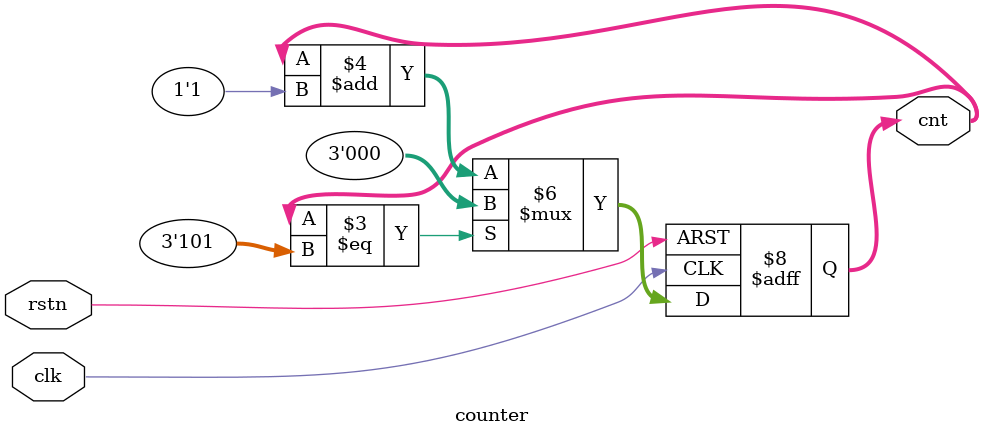
<source format=v>

module counter(
    input               clk,
    input               rstn,
    output  reg  [2:0]  cnt
); 

always@(posedge clk, negedge rstn) begin
    if (!rstn) begin
        cnt <= 0;
    end else begin
        if (cnt == 3'b101) begin
            cnt <= 0;
        end else begin
            cnt <= cnt + 1'b1;
        end
    end
end

endmodule
</source>
